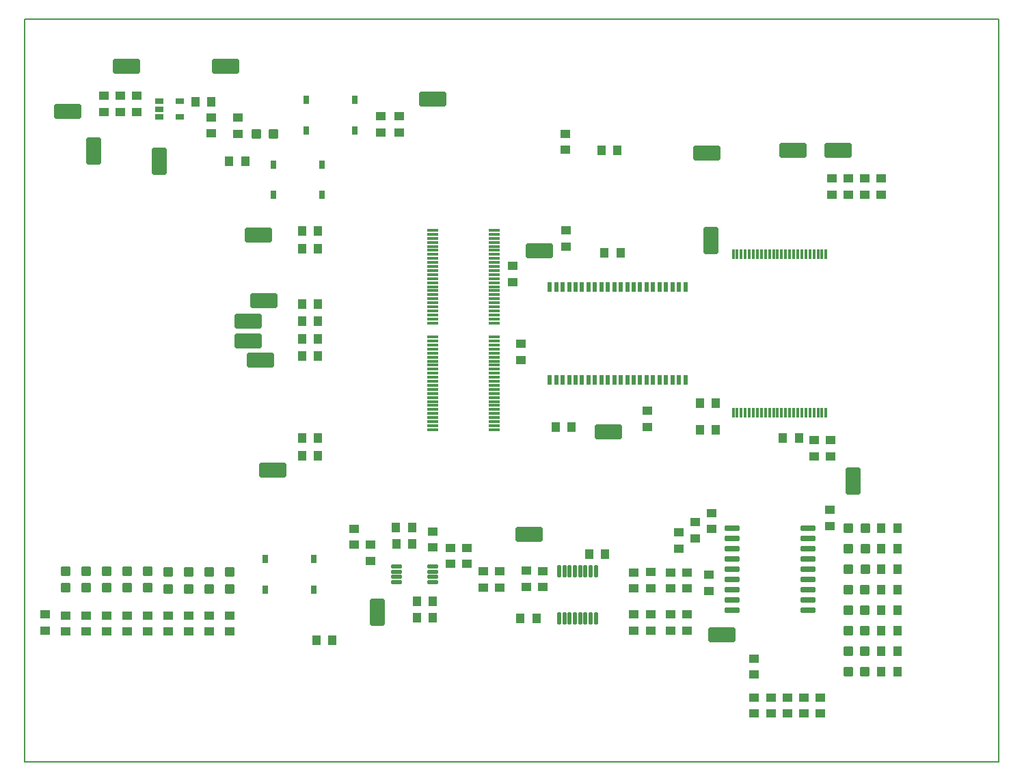
<source format=gtp>
G04*
G04 #@! TF.GenerationSoftware,Altium Limited,Altium Designer,19.1.9 (167)*
G04*
G04 Layer_Color=8421504*
%FSLAX25Y25*%
%MOIN*%
G70*
G01*
G75*
%ADD13C,0.00500*%
G04:AMPARAMS|DCode=19|XSize=39.37mil|YSize=29.53mil|CornerRadius=2.95mil|HoleSize=0mil|Usage=FLASHONLY|Rotation=90.000|XOffset=0mil|YOffset=0mil|HoleType=Round|Shape=RoundedRectangle|*
%AMROUNDEDRECTD19*
21,1,0.03937,0.02362,0,0,90.0*
21,1,0.03347,0.02953,0,0,90.0*
1,1,0.00591,0.01181,0.01673*
1,1,0.00591,0.01181,-0.01673*
1,1,0.00591,-0.01181,-0.01673*
1,1,0.00591,-0.01181,0.01673*
%
%ADD19ROUNDEDRECTD19*%
G04:AMPARAMS|DCode=20|XSize=17.72mil|YSize=59.06mil|CornerRadius=2.22mil|HoleSize=0mil|Usage=FLASHONLY|Rotation=180.000|XOffset=0mil|YOffset=0mil|HoleType=Round|Shape=RoundedRectangle|*
%AMROUNDEDRECTD20*
21,1,0.01772,0.05463,0,0,180.0*
21,1,0.01329,0.05906,0,0,180.0*
1,1,0.00443,-0.00664,0.02731*
1,1,0.00443,0.00664,0.02731*
1,1,0.00443,0.00664,-0.02731*
1,1,0.00443,-0.00664,-0.02731*
%
%ADD20ROUNDEDRECTD20*%
G04:AMPARAMS|DCode=21|XSize=23.62mil|YSize=43.31mil|CornerRadius=2.36mil|HoleSize=0mil|Usage=FLASHONLY|Rotation=90.000|XOffset=0mil|YOffset=0mil|HoleType=Round|Shape=RoundedRectangle|*
%AMROUNDEDRECTD21*
21,1,0.02362,0.03858,0,0,90.0*
21,1,0.01890,0.04331,0,0,90.0*
1,1,0.00472,0.01929,0.00945*
1,1,0.00472,0.01929,-0.00945*
1,1,0.00472,-0.01929,-0.00945*
1,1,0.00472,-0.01929,0.00945*
%
%ADD21ROUNDEDRECTD21*%
G04:AMPARAMS|DCode=22|XSize=17.72mil|YSize=53.15mil|CornerRadius=4.43mil|HoleSize=0mil|Usage=FLASHONLY|Rotation=90.000|XOffset=0mil|YOffset=0mil|HoleType=Round|Shape=RoundedRectangle|*
%AMROUNDEDRECTD22*
21,1,0.01772,0.04429,0,0,90.0*
21,1,0.00886,0.05315,0,0,90.0*
1,1,0.00886,0.02215,0.00443*
1,1,0.00886,0.02215,-0.00443*
1,1,0.00886,-0.02215,-0.00443*
1,1,0.00886,-0.02215,0.00443*
%
%ADD22ROUNDEDRECTD22*%
G04:AMPARAMS|DCode=23|XSize=11.81mil|YSize=55.12mil|CornerRadius=1.18mil|HoleSize=0mil|Usage=FLASHONLY|Rotation=270.000|XOffset=0mil|YOffset=0mil|HoleType=Round|Shape=RoundedRectangle|*
%AMROUNDEDRECTD23*
21,1,0.01181,0.05276,0,0,270.0*
21,1,0.00945,0.05512,0,0,270.0*
1,1,0.00236,-0.02638,-0.00472*
1,1,0.00236,-0.02638,0.00472*
1,1,0.00236,0.02638,0.00472*
1,1,0.00236,0.02638,-0.00472*
%
%ADD23ROUNDEDRECTD23*%
G04:AMPARAMS|DCode=24|XSize=23.62mil|YSize=74.8mil|CornerRadius=3.54mil|HoleSize=0mil|Usage=FLASHONLY|Rotation=90.000|XOffset=0mil|YOffset=0mil|HoleType=Round|Shape=RoundedRectangle|*
%AMROUNDEDRECTD24*
21,1,0.02362,0.06772,0,0,90.0*
21,1,0.01654,0.07480,0,0,90.0*
1,1,0.00709,0.03386,0.00827*
1,1,0.00709,0.03386,-0.00827*
1,1,0.00709,-0.03386,-0.00827*
1,1,0.00709,-0.03386,0.00827*
%
%ADD24ROUNDEDRECTD24*%
G04:AMPARAMS|DCode=25|XSize=135.04mil|YSize=70.08mil|CornerRadius=7.01mil|HoleSize=0mil|Usage=FLASHONLY|Rotation=90.000|XOffset=0mil|YOffset=0mil|HoleType=Round|Shape=RoundedRectangle|*
%AMROUNDEDRECTD25*
21,1,0.13504,0.05606,0,0,90.0*
21,1,0.12102,0.07008,0,0,90.0*
1,1,0.01402,0.02803,0.06051*
1,1,0.01402,0.02803,-0.06051*
1,1,0.01402,-0.02803,-0.06051*
1,1,0.01402,-0.02803,0.06051*
%
%ADD25ROUNDEDRECTD25*%
G04:AMPARAMS|DCode=26|XSize=47.24mil|YSize=47.24mil|CornerRadius=4.72mil|HoleSize=0mil|Usage=FLASHONLY|Rotation=0.000|XOffset=0mil|YOffset=0mil|HoleType=Round|Shape=RoundedRectangle|*
%AMROUNDEDRECTD26*
21,1,0.04724,0.03780,0,0,0.0*
21,1,0.03780,0.04724,0,0,0.0*
1,1,0.00945,0.01890,-0.01890*
1,1,0.00945,-0.01890,-0.01890*
1,1,0.00945,-0.01890,0.01890*
1,1,0.00945,0.01890,0.01890*
%
%ADD26ROUNDEDRECTD26*%
G04:AMPARAMS|DCode=27|XSize=11.81mil|YSize=49.21mil|CornerRadius=1.18mil|HoleSize=0mil|Usage=FLASHONLY|Rotation=0.000|XOffset=0mil|YOffset=0mil|HoleType=Round|Shape=RoundedRectangle|*
%AMROUNDEDRECTD27*
21,1,0.01181,0.04685,0,0,0.0*
21,1,0.00945,0.04921,0,0,0.0*
1,1,0.00236,0.00472,-0.02343*
1,1,0.00236,-0.00472,-0.02343*
1,1,0.00236,-0.00472,0.02343*
1,1,0.00236,0.00472,0.02343*
%
%ADD27ROUNDEDRECTD27*%
G04:AMPARAMS|DCode=28|XSize=21.65mil|YSize=47.24mil|CornerRadius=2.17mil|HoleSize=0mil|Usage=FLASHONLY|Rotation=180.000|XOffset=0mil|YOffset=0mil|HoleType=Round|Shape=RoundedRectangle|*
%AMROUNDEDRECTD28*
21,1,0.02165,0.04291,0,0,180.0*
21,1,0.01732,0.04724,0,0,180.0*
1,1,0.00433,-0.00866,0.02146*
1,1,0.00433,0.00866,0.02146*
1,1,0.00433,0.00866,-0.02146*
1,1,0.00433,-0.00866,-0.02146*
%
%ADD28ROUNDEDRECTD28*%
G04:AMPARAMS|DCode=29|XSize=39.37mil|YSize=49.21mil|CornerRadius=3.94mil|HoleSize=0mil|Usage=FLASHONLY|Rotation=180.000|XOffset=0mil|YOffset=0mil|HoleType=Round|Shape=RoundedRectangle|*
%AMROUNDEDRECTD29*
21,1,0.03937,0.04134,0,0,180.0*
21,1,0.03150,0.04921,0,0,180.0*
1,1,0.00787,-0.01575,0.02067*
1,1,0.00787,0.01575,0.02067*
1,1,0.00787,0.01575,-0.02067*
1,1,0.00787,-0.01575,-0.02067*
%
%ADD29ROUNDEDRECTD29*%
G04:AMPARAMS|DCode=30|XSize=135.04mil|YSize=70.08mil|CornerRadius=7.01mil|HoleSize=0mil|Usage=FLASHONLY|Rotation=0.000|XOffset=0mil|YOffset=0mil|HoleType=Round|Shape=RoundedRectangle|*
%AMROUNDEDRECTD30*
21,1,0.13504,0.05606,0,0,0.0*
21,1,0.12102,0.07008,0,0,0.0*
1,1,0.01402,0.06051,-0.02803*
1,1,0.01402,-0.06051,-0.02803*
1,1,0.01402,-0.06051,0.02803*
1,1,0.01402,0.06051,0.02803*
%
%ADD30ROUNDEDRECTD30*%
G04:AMPARAMS|DCode=31|XSize=39.37mil|YSize=49.21mil|CornerRadius=3.94mil|HoleSize=0mil|Usage=FLASHONLY|Rotation=270.000|XOffset=0mil|YOffset=0mil|HoleType=Round|Shape=RoundedRectangle|*
%AMROUNDEDRECTD31*
21,1,0.03937,0.04134,0,0,270.0*
21,1,0.03150,0.04921,0,0,270.0*
1,1,0.00787,-0.02067,-0.01575*
1,1,0.00787,-0.02067,0.01575*
1,1,0.00787,0.02067,0.01575*
1,1,0.00787,0.02067,-0.01575*
%
%ADD31ROUNDEDRECTD31*%
G04:AMPARAMS|DCode=32|XSize=47.24mil|YSize=47.24mil|CornerRadius=4.72mil|HoleSize=0mil|Usage=FLASHONLY|Rotation=90.000|XOffset=0mil|YOffset=0mil|HoleType=Round|Shape=RoundedRectangle|*
%AMROUNDEDRECTD32*
21,1,0.04724,0.03780,0,0,90.0*
21,1,0.03780,0.04724,0,0,90.0*
1,1,0.00945,0.01890,0.01890*
1,1,0.00945,0.01890,-0.01890*
1,1,0.00945,-0.01890,-0.01890*
1,1,0.00945,-0.01890,0.01890*
%
%ADD32ROUNDEDRECTD32*%
D13*
X0Y0D02*
X475000D01*
Y362500D01*
X0Y0D02*
Y362500D01*
X475000D01*
D19*
X140811Y84118D02*
D03*
X117189D02*
D03*
X140811Y98882D02*
D03*
X117189D02*
D03*
X137189Y322882D02*
D03*
X160811D02*
D03*
X137189Y308118D02*
D03*
X160811D02*
D03*
X144811Y276618D02*
D03*
X121189D02*
D03*
X144811Y291382D02*
D03*
X121189D02*
D03*
D20*
X260543Y70083D02*
D03*
X263102D02*
D03*
X265661D02*
D03*
X260543Y92917D02*
D03*
X263102D02*
D03*
X265661D02*
D03*
X273339Y70083D02*
D03*
X268220D02*
D03*
X270779D02*
D03*
X275898D02*
D03*
X278457D02*
D03*
X268220Y92917D02*
D03*
X275898D02*
D03*
X278457D02*
D03*
X270779D02*
D03*
X273339D02*
D03*
D21*
X65382Y314760D02*
D03*
Y322240D02*
D03*
Y318500D02*
D03*
X75618Y314760D02*
D03*
Y322240D02*
D03*
D22*
X181240Y90220D02*
D03*
Y92779D02*
D03*
Y95339D02*
D03*
Y87661D02*
D03*
X198760D02*
D03*
Y90220D02*
D03*
Y92779D02*
D03*
Y95339D02*
D03*
D23*
X228938Y214102D02*
D03*
Y216071D02*
D03*
Y218039D02*
D03*
Y220008D02*
D03*
Y221976D02*
D03*
Y223945D02*
D03*
Y225913D02*
D03*
Y227882D02*
D03*
Y229850D02*
D03*
Y231819D02*
D03*
Y233787D02*
D03*
Y235756D02*
D03*
Y237724D02*
D03*
Y239693D02*
D03*
Y241661D02*
D03*
Y243630D02*
D03*
Y245598D02*
D03*
Y247567D02*
D03*
Y249535D02*
D03*
Y251504D02*
D03*
Y253472D02*
D03*
Y255441D02*
D03*
Y257410D02*
D03*
Y259378D02*
D03*
X199017Y214102D02*
D03*
Y216071D02*
D03*
Y218039D02*
D03*
Y220008D02*
D03*
Y221976D02*
D03*
Y223945D02*
D03*
Y225913D02*
D03*
Y227882D02*
D03*
Y229850D02*
D03*
Y231819D02*
D03*
Y233787D02*
D03*
Y235756D02*
D03*
Y237724D02*
D03*
Y239693D02*
D03*
Y241661D02*
D03*
Y243630D02*
D03*
Y245598D02*
D03*
Y247567D02*
D03*
Y249535D02*
D03*
Y251504D02*
D03*
Y253472D02*
D03*
Y255441D02*
D03*
Y257410D02*
D03*
Y259378D02*
D03*
X228921Y162031D02*
D03*
Y164000D02*
D03*
Y165969D02*
D03*
Y167937D02*
D03*
Y169905D02*
D03*
Y171874D02*
D03*
Y173843D02*
D03*
Y175811D02*
D03*
Y177779D02*
D03*
Y179748D02*
D03*
Y181717D02*
D03*
Y183685D02*
D03*
Y185653D02*
D03*
Y187622D02*
D03*
Y189591D02*
D03*
Y191559D02*
D03*
Y193528D02*
D03*
Y195496D02*
D03*
Y197465D02*
D03*
Y199433D02*
D03*
Y201402D02*
D03*
Y203370D02*
D03*
Y205339D02*
D03*
Y207307D02*
D03*
X199000Y162031D02*
D03*
Y164000D02*
D03*
Y165969D02*
D03*
Y167937D02*
D03*
Y169905D02*
D03*
Y171874D02*
D03*
Y173843D02*
D03*
Y175811D02*
D03*
Y177779D02*
D03*
Y179748D02*
D03*
Y181717D02*
D03*
Y183685D02*
D03*
Y185653D02*
D03*
Y187622D02*
D03*
Y189591D02*
D03*
Y191559D02*
D03*
Y193528D02*
D03*
Y195496D02*
D03*
Y197465D02*
D03*
Y199433D02*
D03*
Y201402D02*
D03*
Y203370D02*
D03*
Y205339D02*
D03*
Y207307D02*
D03*
D24*
X344996Y74000D02*
D03*
Y79000D02*
D03*
Y84000D02*
D03*
Y89000D02*
D03*
Y99000D02*
D03*
Y94000D02*
D03*
Y104000D02*
D03*
Y114000D02*
D03*
Y109000D02*
D03*
X382004Y74000D02*
D03*
Y84000D02*
D03*
Y79000D02*
D03*
Y94000D02*
D03*
Y89000D02*
D03*
Y104000D02*
D03*
Y99000D02*
D03*
Y114000D02*
D03*
Y109000D02*
D03*
D25*
X404000Y137000D02*
D03*
X33500Y298000D02*
D03*
X172000Y73000D02*
D03*
X65500Y293143D02*
D03*
X334500Y254500D02*
D03*
D26*
X112866Y306500D02*
D03*
X121134D02*
D03*
X409634Y44000D02*
D03*
X401366D02*
D03*
X409634Y54000D02*
D03*
X401366D02*
D03*
X409634Y64000D02*
D03*
X401366D02*
D03*
X409634Y74000D02*
D03*
X401366D02*
D03*
X409634Y84000D02*
D03*
X401366D02*
D03*
X409697Y94000D02*
D03*
X401429D02*
D03*
X409697Y104000D02*
D03*
X401429D02*
D03*
X409697Y114000D02*
D03*
X401429D02*
D03*
D27*
X351268Y170319D02*
D03*
X349299D02*
D03*
X355205D02*
D03*
X353236D02*
D03*
X347331D02*
D03*
X345362D02*
D03*
X357173D02*
D03*
X361110D02*
D03*
X359142D02*
D03*
X363079D02*
D03*
X367016D02*
D03*
X365047D02*
D03*
X345362Y247681D02*
D03*
X349299D02*
D03*
X347331D02*
D03*
X353236D02*
D03*
X351268D02*
D03*
X357173D02*
D03*
X355205D02*
D03*
X363079D02*
D03*
X359142D02*
D03*
X367016D02*
D03*
X361110D02*
D03*
X365047D02*
D03*
X376858Y170319D02*
D03*
X374890D02*
D03*
X380795D02*
D03*
X378827D02*
D03*
X368984D02*
D03*
X372921D02*
D03*
X370953D02*
D03*
X384732D02*
D03*
X382764D02*
D03*
X388669D02*
D03*
X386701D02*
D03*
X390638D02*
D03*
X370953Y247681D02*
D03*
X368984D02*
D03*
X374890D02*
D03*
X372921D02*
D03*
X378827D02*
D03*
X376858D02*
D03*
X384732D02*
D03*
X380795D02*
D03*
X386701D02*
D03*
X382764D02*
D03*
X388669D02*
D03*
X390638D02*
D03*
D28*
X259079Y186362D02*
D03*
X255929D02*
D03*
X265378D02*
D03*
X262228D02*
D03*
X268528D02*
D03*
X274827D02*
D03*
X271677D02*
D03*
X277976D02*
D03*
X284276D02*
D03*
X281126D02*
D03*
X255929Y231638D02*
D03*
X262228D02*
D03*
X259079D02*
D03*
X268528D02*
D03*
X265378D02*
D03*
X277976D02*
D03*
X274827D02*
D03*
X271677D02*
D03*
X284276D02*
D03*
X281126D02*
D03*
X300024Y186362D02*
D03*
X306323D02*
D03*
X303173D02*
D03*
X290575D02*
D03*
X287425D02*
D03*
X296874D02*
D03*
X293724D02*
D03*
X312622D02*
D03*
X309472D02*
D03*
X318921D02*
D03*
X315772D02*
D03*
X322071D02*
D03*
X290575Y231638D02*
D03*
X287425D02*
D03*
X296874D02*
D03*
X293724D02*
D03*
X315772D02*
D03*
X312622D02*
D03*
X322071D02*
D03*
X318921D02*
D03*
X303173D02*
D03*
X300024D02*
D03*
X309472D02*
D03*
X306323D02*
D03*
D29*
X191063Y70500D02*
D03*
X198937D02*
D03*
X369563Y158000D02*
D03*
X377437D02*
D03*
X135126Y250500D02*
D03*
X143000D02*
D03*
X282500Y248500D02*
D03*
X290374D02*
D03*
X142126Y59437D02*
D03*
X150000D02*
D03*
X135063Y149500D02*
D03*
X142937D02*
D03*
X281063Y298500D02*
D03*
X288937D02*
D03*
X258762Y163417D02*
D03*
X266636D02*
D03*
X135063Y158000D02*
D03*
X142937D02*
D03*
X135126Y206500D02*
D03*
X143000D02*
D03*
X135126Y198000D02*
D03*
X143000D02*
D03*
X135126Y215000D02*
D03*
X143000D02*
D03*
X135126Y223500D02*
D03*
X143000D02*
D03*
X135126Y259000D02*
D03*
X143000D02*
D03*
X329126Y175000D02*
D03*
X337000D02*
D03*
X329126Y162000D02*
D03*
X337000D02*
D03*
X99625Y293000D02*
D03*
X107499D02*
D03*
X191063Y78500D02*
D03*
X198937D02*
D03*
X181000Y114500D02*
D03*
X188874D02*
D03*
X181126Y106500D02*
D03*
X189000D02*
D03*
X417563Y44000D02*
D03*
X425437D02*
D03*
X417563Y54000D02*
D03*
X425437D02*
D03*
X417500Y64000D02*
D03*
X425374D02*
D03*
X417500Y74000D02*
D03*
X425374D02*
D03*
X417500Y84000D02*
D03*
X425374D02*
D03*
X417500Y94000D02*
D03*
X425374D02*
D03*
X417500Y104000D02*
D03*
X425374D02*
D03*
X417500Y114000D02*
D03*
X425374D02*
D03*
X275063Y101500D02*
D03*
X282937D02*
D03*
X241626Y70000D02*
D03*
X249500D02*
D03*
X83063Y322000D02*
D03*
X90937D02*
D03*
D30*
X246000Y111000D02*
D03*
X98000Y339500D02*
D03*
X20722Y317278D02*
D03*
X374500Y298500D02*
D03*
X396500D02*
D03*
X340000Y62000D02*
D03*
X49500Y339500D02*
D03*
X121000Y142500D02*
D03*
X251000Y249500D02*
D03*
X109000Y205500D02*
D03*
Y215000D02*
D03*
X116500Y225000D02*
D03*
X114000Y257000D02*
D03*
X332500Y297000D02*
D03*
X284500Y161000D02*
D03*
X115000Y196000D02*
D03*
X199000Y323500D02*
D03*
D31*
X242000Y196063D02*
D03*
Y203937D02*
D03*
X54500Y317063D02*
D03*
Y324937D02*
D03*
X91000Y306626D02*
D03*
Y314500D02*
D03*
X238000Y234063D02*
D03*
Y241937D02*
D03*
X199000Y104563D02*
D03*
Y112437D02*
D03*
X392500Y115000D02*
D03*
Y122874D02*
D03*
X252454Y85252D02*
D03*
Y93126D02*
D03*
X244454Y85315D02*
D03*
Y93189D02*
D03*
X263832Y259378D02*
D03*
Y251504D02*
D03*
X263500Y298563D02*
D03*
Y306437D02*
D03*
X303500Y163417D02*
D03*
Y171291D02*
D03*
X385000Y149126D02*
D03*
Y157000D02*
D03*
X38500Y317126D02*
D03*
Y325000D02*
D03*
X417539Y276634D02*
D03*
Y284508D02*
D03*
X409539Y276634D02*
D03*
Y284508D02*
D03*
X393539Y276634D02*
D03*
Y284508D02*
D03*
X393000Y149126D02*
D03*
Y157000D02*
D03*
X401539Y276634D02*
D03*
Y284508D02*
D03*
X182500Y307000D02*
D03*
Y314874D02*
D03*
X231500Y85000D02*
D03*
Y92874D02*
D03*
X207500Y96563D02*
D03*
Y104437D02*
D03*
X160500Y105937D02*
D03*
Y113811D02*
D03*
X168500Y98063D02*
D03*
Y105937D02*
D03*
X223500Y85063D02*
D03*
Y92937D02*
D03*
X215500Y96563D02*
D03*
Y104437D02*
D03*
X100000Y63563D02*
D03*
Y71437D02*
D03*
X90000Y63563D02*
D03*
Y71437D02*
D03*
X80000Y63563D02*
D03*
Y71437D02*
D03*
X70000Y63563D02*
D03*
Y71437D02*
D03*
X335000Y113563D02*
D03*
Y121437D02*
D03*
X388000Y23563D02*
D03*
Y31437D02*
D03*
X364000Y23626D02*
D03*
Y31500D02*
D03*
X355500Y23563D02*
D03*
Y31437D02*
D03*
X327000Y109063D02*
D03*
Y116937D02*
D03*
X319000Y104000D02*
D03*
Y111874D02*
D03*
X355500Y42563D02*
D03*
Y50437D02*
D03*
X60000Y63563D02*
D03*
Y71437D02*
D03*
X380000Y23563D02*
D03*
Y31437D02*
D03*
X372000Y23626D02*
D03*
Y31500D02*
D03*
X333500Y83500D02*
D03*
Y91374D02*
D03*
X50000Y63563D02*
D03*
Y71437D02*
D03*
X40000Y63563D02*
D03*
Y71437D02*
D03*
X30000Y63563D02*
D03*
Y71437D02*
D03*
X20000Y63563D02*
D03*
Y71437D02*
D03*
X322952Y64095D02*
D03*
Y71969D02*
D03*
X314898Y63968D02*
D03*
Y71842D02*
D03*
X296806Y84595D02*
D03*
Y92469D02*
D03*
X305306Y84658D02*
D03*
Y92532D02*
D03*
X322952Y84531D02*
D03*
Y92405D02*
D03*
X314898Y84595D02*
D03*
Y92469D02*
D03*
X296806Y64031D02*
D03*
Y71905D02*
D03*
X305306Y64095D02*
D03*
Y71969D02*
D03*
X46500Y317000D02*
D03*
Y324874D02*
D03*
X173500Y307000D02*
D03*
Y314874D02*
D03*
X10000Y64000D02*
D03*
Y71874D02*
D03*
X104013Y306500D02*
D03*
Y314374D02*
D03*
D32*
X100000Y84303D02*
D03*
Y92571D02*
D03*
X90000Y84366D02*
D03*
Y92634D02*
D03*
X80000Y84366D02*
D03*
Y92634D02*
D03*
X70000Y84366D02*
D03*
Y92634D02*
D03*
X60000Y84866D02*
D03*
Y93134D02*
D03*
X50000Y84866D02*
D03*
Y93134D02*
D03*
X40000Y84866D02*
D03*
Y93134D02*
D03*
X30000Y84866D02*
D03*
Y93134D02*
D03*
X20000Y84866D02*
D03*
Y93134D02*
D03*
M02*

</source>
